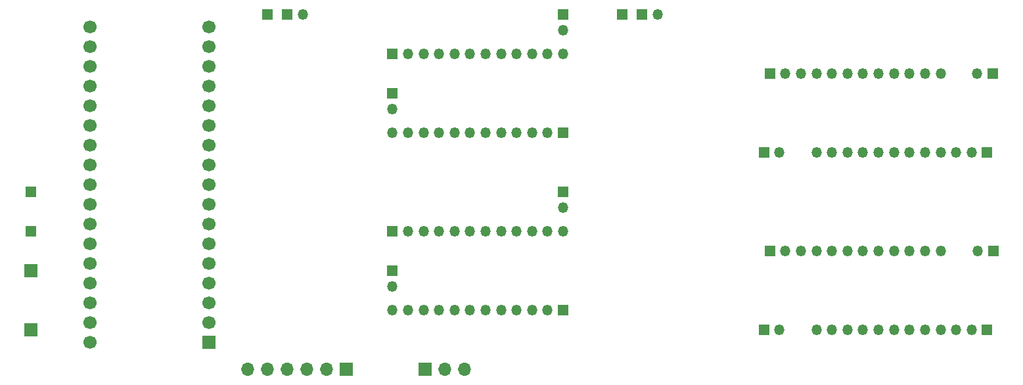
<source format=gbr>
%TF.GenerationSoftware,KiCad,Pcbnew,(6.0.2-0)*%
%TF.CreationDate,2022-06-16T00:13:51-05:00*%
%TF.ProjectId,stein gate pcb,73746569-6e20-4676-9174-65207063622e,rev?*%
%TF.SameCoordinates,Original*%
%TF.FileFunction,Soldermask,Bot*%
%TF.FilePolarity,Negative*%
%FSLAX46Y46*%
G04 Gerber Fmt 4.6, Leading zero omitted, Abs format (unit mm)*
G04 Created by KiCad (PCBNEW (6.0.2-0)) date 2022-06-16 00:13:51*
%MOMM*%
%LPD*%
G01*
G04 APERTURE LIST*
%ADD10R,1.350000X1.350000*%
%ADD11O,1.350000X1.350000*%
%ADD12R,1.700000X1.700000*%
%ADD13O,1.700000X1.700000*%
%ADD14C,1.700000*%
G04 APERTURE END LIST*
D10*
%TO.C,tube4*%
X166340000Y-83820000D03*
D11*
X168340000Y-83820000D03*
X170340000Y-83820000D03*
X172340000Y-83820000D03*
X174340000Y-83820000D03*
X176340000Y-83820000D03*
X178340000Y-83820000D03*
X180340000Y-83820000D03*
X182340000Y-83820000D03*
X184340000Y-83820000D03*
X186340000Y-83820000D03*
X188340000Y-83820000D03*
%TD*%
D10*
%TO.C,R8*%
X195040000Y-83820000D03*
D11*
X193040000Y-83820000D03*
%TD*%
D10*
%TO.C,R4*%
X165560000Y-93980000D03*
D11*
X167560000Y-93980000D03*
%TD*%
D10*
%TO.C,R5*%
X117700000Y-109220000D03*
D11*
X117700000Y-111220000D03*
%TD*%
D10*
%TO.C,R1*%
X104140000Y-76200000D03*
D11*
X106140000Y-76200000D03*
%TD*%
D10*
%TO.C,tube5*%
X139700000Y-114300000D03*
D11*
X137700000Y-114300000D03*
X135700000Y-114300000D03*
X133700000Y-114300000D03*
X131700000Y-114300000D03*
X129700000Y-114300000D03*
X127700000Y-114300000D03*
X125700000Y-114300000D03*
X123700000Y-114300000D03*
X121700000Y-114300000D03*
X119700000Y-114300000D03*
X117700000Y-114300000D03*
%TD*%
D12*
%TO.C,BatteryIn*%
X71120000Y-116840000D03*
%TD*%
%TO.C,BatteryGround*%
X71120000Y-109220000D03*
%TD*%
D10*
%TO.C,R6*%
X165560000Y-116840000D03*
D11*
X167560000Y-116840000D03*
%TD*%
D12*
%TO.C,IR_receiver1*%
X121920000Y-121920000D03*
D13*
X124460000Y-121920000D03*
X127000000Y-121920000D03*
%TD*%
D10*
%TO.C,ground*%
X71120000Y-104140000D03*
%TD*%
%TO.C,170vin1*%
X147320000Y-76200000D03*
%TD*%
%TO.C,R10*%
X195120000Y-106680000D03*
D11*
X193120000Y-106680000D03*
%TD*%
D10*
%TO.C,tube1*%
X139700000Y-91440000D03*
D11*
X137700000Y-91440000D03*
X135700000Y-91440000D03*
X133700000Y-91440000D03*
X131700000Y-91440000D03*
X129700000Y-91440000D03*
X127700000Y-91440000D03*
X125700000Y-91440000D03*
X123700000Y-91440000D03*
X121700000Y-91440000D03*
X119700000Y-91440000D03*
X117700000Y-91440000D03*
%TD*%
D10*
%TO.C,tube7*%
X194340000Y-116840000D03*
D11*
X192340000Y-116840000D03*
X190340000Y-116840000D03*
X188340000Y-116840000D03*
X186340000Y-116840000D03*
X184340000Y-116840000D03*
X182340000Y-116840000D03*
X180340000Y-116840000D03*
X178340000Y-116840000D03*
X176340000Y-116840000D03*
X174340000Y-116840000D03*
X172340000Y-116840000D03*
%TD*%
D10*
%TO.C,R9*%
X139700000Y-99060000D03*
D11*
X139700000Y-101060000D03*
%TD*%
D10*
%TO.C,R3*%
X117700000Y-86360000D03*
D11*
X117700000Y-88360000D03*
%TD*%
D10*
%TO.C,tube3*%
X194340000Y-93980000D03*
D11*
X192340000Y-93980000D03*
X190340000Y-93980000D03*
X188340000Y-93980000D03*
X186340000Y-93980000D03*
X184340000Y-93980000D03*
X182340000Y-93980000D03*
X180340000Y-93980000D03*
X178340000Y-93980000D03*
X176340000Y-93980000D03*
X174340000Y-93980000D03*
X172340000Y-93980000D03*
%TD*%
D10*
%TO.C,tube6*%
X117700000Y-104140000D03*
D11*
X119700000Y-104140000D03*
X121700000Y-104140000D03*
X123700000Y-104140000D03*
X125700000Y-104140000D03*
X127700000Y-104140000D03*
X129700000Y-104140000D03*
X131700000Y-104140000D03*
X133700000Y-104140000D03*
X135700000Y-104140000D03*
X137700000Y-104140000D03*
X139700000Y-104140000D03*
%TD*%
D12*
%TO.C,RTCModule1*%
X111760000Y-121920000D03*
D13*
X109220000Y-121920000D03*
X106680000Y-121920000D03*
X104140000Y-121920000D03*
X101600000Y-121920000D03*
X99060000Y-121920000D03*
%TD*%
D10*
%TO.C,To170V*%
X71120000Y-99060000D03*
%TD*%
%TO.C,tube8*%
X166340000Y-106680000D03*
D11*
X168340000Y-106680000D03*
X170340000Y-106680000D03*
X172340000Y-106680000D03*
X174340000Y-106680000D03*
X176340000Y-106680000D03*
X178340000Y-106680000D03*
X180340000Y-106680000D03*
X182340000Y-106680000D03*
X184340000Y-106680000D03*
X186340000Y-106680000D03*
X188340000Y-106680000D03*
%TD*%
D10*
%TO.C,tube2*%
X117700000Y-81280000D03*
D11*
X119700000Y-81280000D03*
X121700000Y-81280000D03*
X123700000Y-81280000D03*
X125700000Y-81280000D03*
X127700000Y-81280000D03*
X129700000Y-81280000D03*
X131700000Y-81280000D03*
X133700000Y-81280000D03*
X135700000Y-81280000D03*
X137700000Y-81280000D03*
X139700000Y-81280000D03*
%TD*%
D10*
%TO.C,170vin2*%
X101600000Y-76200000D03*
%TD*%
%TO.C,R7*%
X139700000Y-76200000D03*
D11*
X139700000Y-78200000D03*
%TD*%
D10*
%TO.C,R2*%
X149860000Y-76200000D03*
D11*
X151860000Y-76200000D03*
%TD*%
D14*
%TO.C,U2*%
X94018500Y-103180000D03*
X94018500Y-100640000D03*
X78762500Y-80320000D03*
X94018500Y-98100000D03*
X94018500Y-95560000D03*
X78762500Y-105720000D03*
X94018500Y-93020000D03*
X94018500Y-90480000D03*
X94018500Y-87940000D03*
X94018500Y-85400000D03*
X94018500Y-82860000D03*
X94018500Y-80320000D03*
X94018500Y-77780000D03*
X78762500Y-77780000D03*
X78762500Y-85400000D03*
X78762500Y-87940000D03*
X78762500Y-90480000D03*
X78762500Y-93020000D03*
X78762500Y-95560000D03*
X78762500Y-98100000D03*
X78762500Y-82860000D03*
X94018500Y-105720000D03*
X78762500Y-110800000D03*
X78762500Y-115880000D03*
D12*
X94018500Y-118420000D03*
D14*
X78762500Y-103180000D03*
X78762500Y-100640000D03*
X94018500Y-108260000D03*
X78762500Y-108260000D03*
X94018500Y-110800000D03*
X78762500Y-118420000D03*
X94018500Y-115880000D03*
X94018500Y-113340000D03*
X78762500Y-113340000D03*
%TD*%
M02*

</source>
